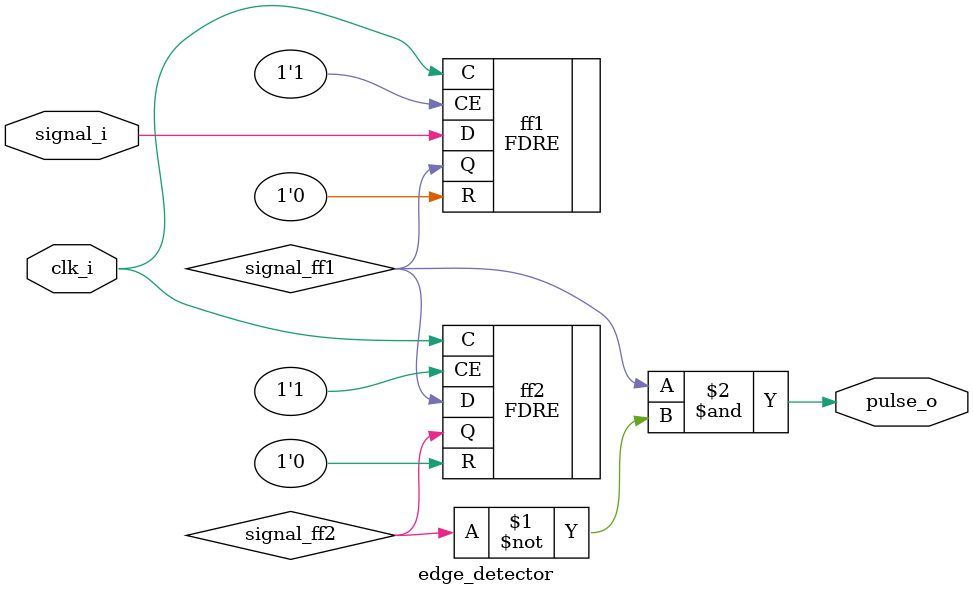
<source format=v>
`timescale 1ns / 1ps

module edge_detector(
    input clk_i,
    input signal_i,
    output pulse_o
);

    wire signal_ff1, signal_ff2;
    
    FDRE #(.INIT(1'b0)) ff1 (.C(clk_i), .R(1'b0), .CE(1'b1), .D(signal_i), .Q(signal_ff1));
    FDRE #(.INIT(1'b0)) ff2 (.C(clk_i), .R(1'b0), .CE(1'b1), .D(signal_ff1), .Q(signal_ff2));
    
    assign pulse_o = signal_ff1 & ~signal_ff2;

endmodule
</source>
